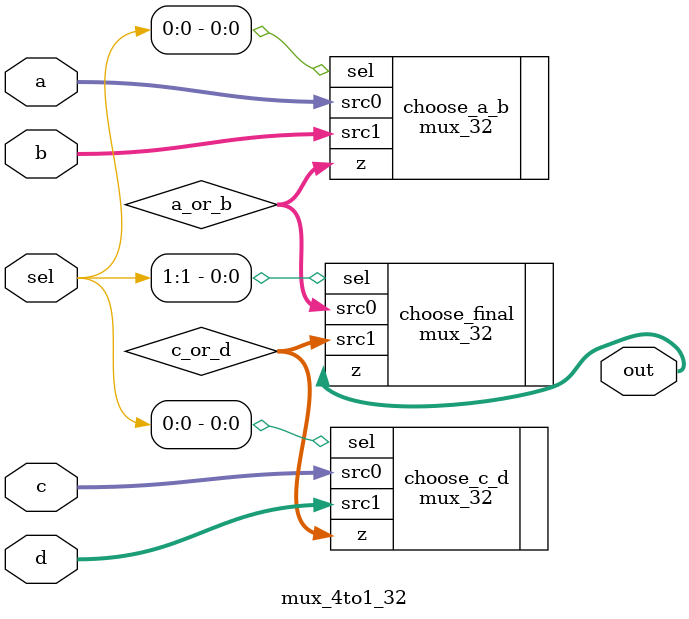
<source format=v>

module mux_4to1_32
(
	input wire [1:0] sel,
	input wire [31:0] a,
	input wire [31:0] b,
	input wire [31:0] c,
	input wire [31:0] d,
	output reg [31:0] out
);

wire [31:0] a_or_b;
wire [31:0] c_or_d;

mux_32 choose_a_b(.sel(sel[0]), .src0(a), .src1(b), .z(a_or_b));
mux_32 choose_c_d(.sel(sel[0]), .src0(c), .src1(d), .z(c_or_d));
mux_32 choose_final(.sel(sel[1]), .src0(a_or_b), .src1(c_or_d), .z(out));


endmodule

</source>
